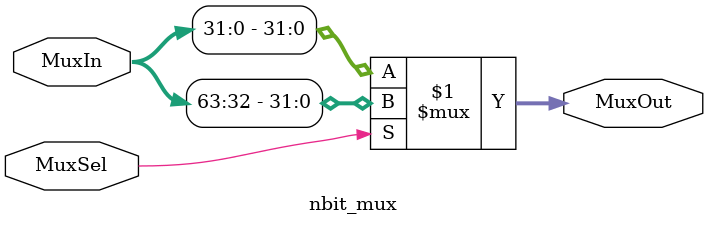
<source format=v>
module nbit_mux #(parameter N = 32) (
    input [2*N-1:0] MuxIn, // Concatenated 2 inputs, each of N bits
    input MuxSel,          // 1-bit selector
    output [N-1:0] MuxOut  // Output of N bits
);

    assign MuxOut = (MuxSel) ? MuxIn[2*N-1:N] : MuxIn[N-1:0];

endmodule
</source>
